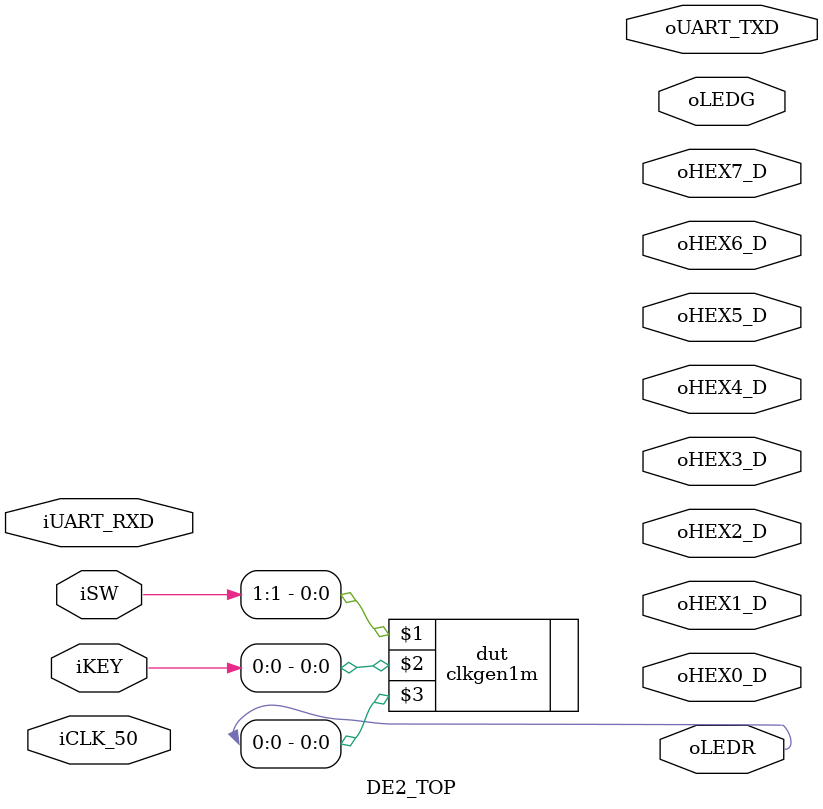
<source format=sv>

module DE2_TOP (
////////////////////////	Clock Input	 	////////////////////////
  input logic	iCLK_50,				//	50 MHz
////////////////////////	Push Button		////////////////////////
  input logic [3:0] iKEY,				//	Pushbutton[3:0]
////////////////////////	DPDT Switch		////////////////////////
  input logic [17:0] iSW,				//	Toggle Switch[17:0]
////////////////////////	7-SEG Dispaly	////////////////////////
  output logic [6:0] oHEX0_D,				//	Seven Segment Digit 0
  output logic [6:0] oHEX1_D,				//	Seven Segment Digit 1
  output logic [6:0] oHEX2_D,				//	Seven Segment Digit 2
  output logic [6:0] oHEX3_D,				//	Seven Segment Digit 3
  output logic [6:0] oHEX4_D,				//	Seven Segment Digit 4
  output logic [6:0] oHEX5_D,				//	Seven Segment Digit 5
  output logic [6:0] oHEX6_D,				//	Seven Segment Digit 6
  output logic [6:0] oHEX7_D,				//	Seven Segment Digit 7
////////////////////////////	LED		////////////////////////////
  output logic [8:0] oLEDG,				//	LED Green[8:0]
  output logic [17:0] oLEDR,				//	LED Red[17:0]
////////////////////////////	UART	////////////////////////////
  output logic oUART_TXD,				//	UART Transmitter
  input logic iUART_RXD					//	UART Receiver
);

//===========================================================================
// PARAMETER declarations
//===========================================================================


///////////////////////////////////////////////////////////////////
//=============================================================================
// REG/WIRE declarations
//=============================================================================



//=============================================================================
// Structural coding
//=============================================================================
	//clkgen1m dut(iSW[1],iKEY[0],oLEDR[0],oLEDR[6:1]);
	clkgen1m dut(iSW[1],iKEY[0],oLEDR[0]);
  endmodule
	


</source>
